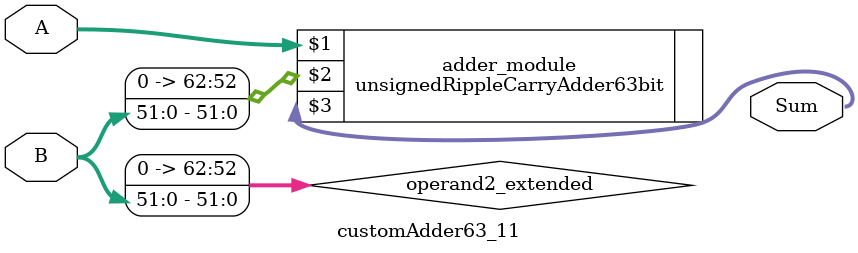
<source format=v>
module customAdder63_11(
                        input [62 : 0] A,
                        input [51 : 0] B,
                        
                        output [63 : 0] Sum
                );

        wire [62 : 0] operand2_extended;
        
        assign operand2_extended =  {11'b0, B};
        
        unsignedRippleCarryAdder63bit adder_module(
            A,
            operand2_extended,
            Sum
        );
        
        endmodule
        
</source>
